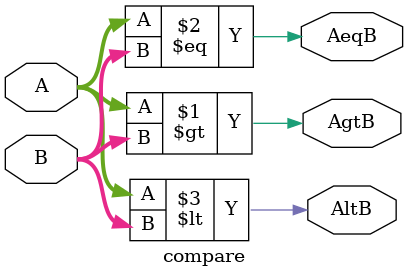
<source format=sv>
module compare(input [1:0] A,
               input [1:0] B,
               output AgtB,
               output AeqB,
               output AltB);
  
  assign AgtB = (A > B);
  assign AeqB = (A == B);
  assign AltB = (A < B);
  
endmodule 

</source>
